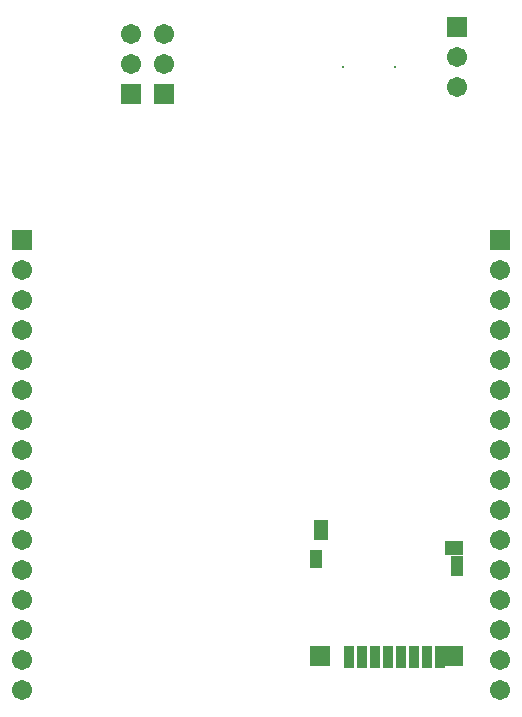
<source format=gbs>
G04*
G04 #@! TF.GenerationSoftware,Altium Limited,Altium Designer,18.1.9 (240)*
G04*
G04 Layer_Color=16711935*
%FSLAX44Y44*%
%MOMM*%
G71*
G01*
G75*
%ADD46C,1.7032*%
%ADD47R,1.7032X1.7032*%
%ADD48C,0.2032*%
%ADD94R,1.2032X1.7532*%
%ADD95R,1.0032X1.6032*%
%ADD96R,0.9032X1.9532*%
%ADD97R,1.0032X1.7032*%
%ADD98R,1.5032X1.2032*%
%ADD99R,1.7032X1.7032*%
%ADD100R,1.5032X1.7032*%
D46*
X427000Y18600D02*
D03*
Y44000D02*
D03*
Y69400D02*
D03*
Y94800D02*
D03*
Y120200D02*
D03*
Y145600D02*
D03*
Y171000D02*
D03*
Y196400D02*
D03*
Y221800D02*
D03*
Y247200D02*
D03*
Y272600D02*
D03*
Y298000D02*
D03*
Y323400D02*
D03*
Y348800D02*
D03*
Y374200D02*
D03*
X23000D02*
D03*
Y348800D02*
D03*
Y323400D02*
D03*
Y298000D02*
D03*
Y272600D02*
D03*
Y247200D02*
D03*
Y221800D02*
D03*
Y196400D02*
D03*
Y171000D02*
D03*
Y145600D02*
D03*
Y120200D02*
D03*
Y94800D02*
D03*
Y69400D02*
D03*
Y44000D02*
D03*
Y18600D02*
D03*
X390760Y554640D02*
D03*
Y529240D02*
D03*
X142889Y574041D02*
D03*
Y548641D02*
D03*
X114949Y574041D02*
D03*
Y548641D02*
D03*
D47*
X427000Y399600D02*
D03*
X23000D02*
D03*
X390760Y580040D02*
D03*
X142889Y523241D02*
D03*
X114949D02*
D03*
D48*
X338580Y545750D02*
D03*
X294580D02*
D03*
D94*
X275450Y153794D02*
D03*
D95*
X271640Y129664D02*
D03*
D96*
X299330Y46304D02*
D03*
X310330D02*
D03*
X321330D02*
D03*
X332330D02*
D03*
X343330D02*
D03*
X354330D02*
D03*
X365330D02*
D03*
X376330D02*
D03*
D97*
X391080Y123554D02*
D03*
D98*
X388480Y138554D02*
D03*
D99*
X274830Y47554D02*
D03*
D100*
X388330D02*
D03*
M02*

</source>
